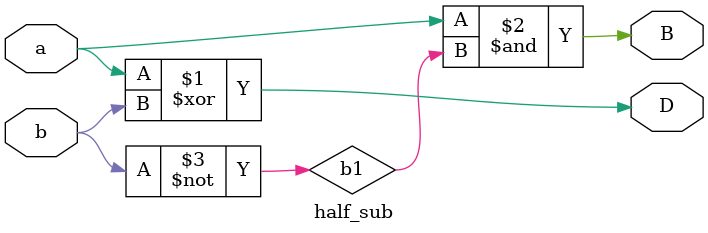
<source format=v>
module half_sub (
  input a,      // Input a
  input b,      // Input b
  output D,     // Output difference (D)
  output B      // Output borrow (B)
);
  
  wire b1;      // Intermediate wire to store the complement of b
  xor xor1(D, a, b); //  XOR gate to compute the difference (D) between a and b
  not not1(b1, b); // NOT gate to compute the complement of b
  and and1(B, a, b1);// AND gate to compute the borrow (B) using a and the complement of b (b1)
  
endmodule


</source>
